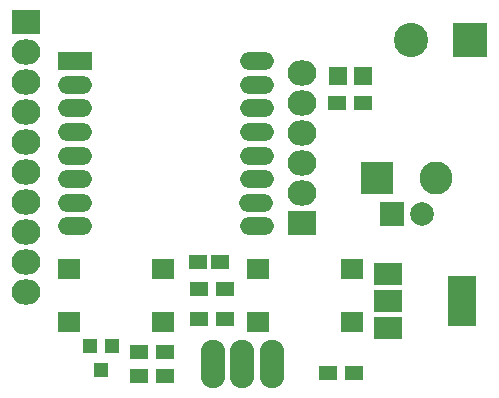
<source format=gts>
G04 #@! TF.FileFunction,Soldermask,Top*
%FSLAX46Y46*%
G04 Gerber Fmt 4.6, Leading zero omitted, Abs format (unit mm)*
G04 Created by KiCad (PCBNEW 4.0.7) date Tuesday, December 26, 2017 'AMt' 07:42:27 AM*
%MOMM*%
%LPD*%
G01*
G04 APERTURE LIST*
%ADD10C,0.100000*%
%ADD11R,2.800000X2.800000*%
%ADD12C,2.800000*%
%ADD13R,1.600000X1.150000*%
%ADD14R,2.000000X2.000000*%
%ADD15C,2.000000*%
%ADD16R,1.598880X1.598880*%
%ADD17R,2.900000X2.900000*%
%ADD18C,2.900000*%
%ADD19O,2.100000X4.100000*%
%ADD20R,2.432000X2.127200*%
%ADD21O,2.432000X2.127200*%
%ADD22R,1.200000X1.300000*%
%ADD23R,1.600000X1.300000*%
%ADD24R,1.950000X1.700000*%
%ADD25R,2.400000X4.200000*%
%ADD26R,2.400000X1.900000*%
%ADD27R,2.900000X1.500000*%
%ADD28O,2.900000X1.500000*%
G04 APERTURE END LIST*
D10*
D11*
X35344000Y-16988000D03*
D12*
X40344000Y-16988000D03*
D13*
X20170000Y-24100000D03*
X22070000Y-24100000D03*
D14*
X36614000Y-20036000D03*
D15*
X39114000Y-20036000D03*
D16*
X34107020Y-8352000D03*
X32008980Y-8352000D03*
D17*
X43218000Y-5304000D03*
D18*
X38218000Y-5304000D03*
D19*
X26414000Y-32752000D03*
X23914000Y-32752000D03*
X21414000Y-32752000D03*
D20*
X28994000Y-20798000D03*
D21*
X28994000Y-18258000D03*
X28994000Y-15718000D03*
X28994000Y-13178000D03*
X28994000Y-10638000D03*
X28994000Y-8098000D03*
D20*
X5626000Y-3780000D03*
D21*
X5626000Y-6320000D03*
X5626000Y-8860000D03*
X5626000Y-11400000D03*
X5626000Y-13940000D03*
X5626000Y-16480000D03*
X5626000Y-19020000D03*
X5626000Y-21560000D03*
X5626000Y-24100000D03*
X5626000Y-26640000D03*
D22*
X12926000Y-31228000D03*
X11026000Y-31228000D03*
X11976000Y-33228000D03*
D23*
X15194000Y-31720000D03*
X17394000Y-31720000D03*
X34158000Y-10638000D03*
X31958000Y-10638000D03*
X31196000Y-33498000D03*
X33396000Y-33498000D03*
X20274000Y-26386000D03*
X22474000Y-26386000D03*
X20274000Y-28926000D03*
X22474000Y-28926000D03*
X15194000Y-33752000D03*
X17394000Y-33752000D03*
D24*
X17221000Y-24644000D03*
X17221000Y-29144000D03*
X9271000Y-29144000D03*
X9271000Y-24644000D03*
X33223000Y-24644000D03*
X33223000Y-29144000D03*
X25273000Y-29144000D03*
X25273000Y-24644000D03*
D25*
X42558000Y-27402000D03*
D26*
X36258000Y-27402000D03*
X36258000Y-29702000D03*
X36258000Y-25102000D03*
D27*
X9752000Y-7082000D03*
D28*
X9752000Y-9082000D03*
X9752000Y-11082000D03*
X9752000Y-13082000D03*
X9752000Y-15082000D03*
X9752000Y-17082000D03*
X9752000Y-19082000D03*
X9752000Y-21082000D03*
X25152000Y-21082000D03*
X25052000Y-19082000D03*
X25152000Y-17082000D03*
X25152000Y-15082000D03*
X25152000Y-13082000D03*
X25152000Y-11082000D03*
X25152000Y-9082000D03*
X25152000Y-7082000D03*
M02*

</source>
